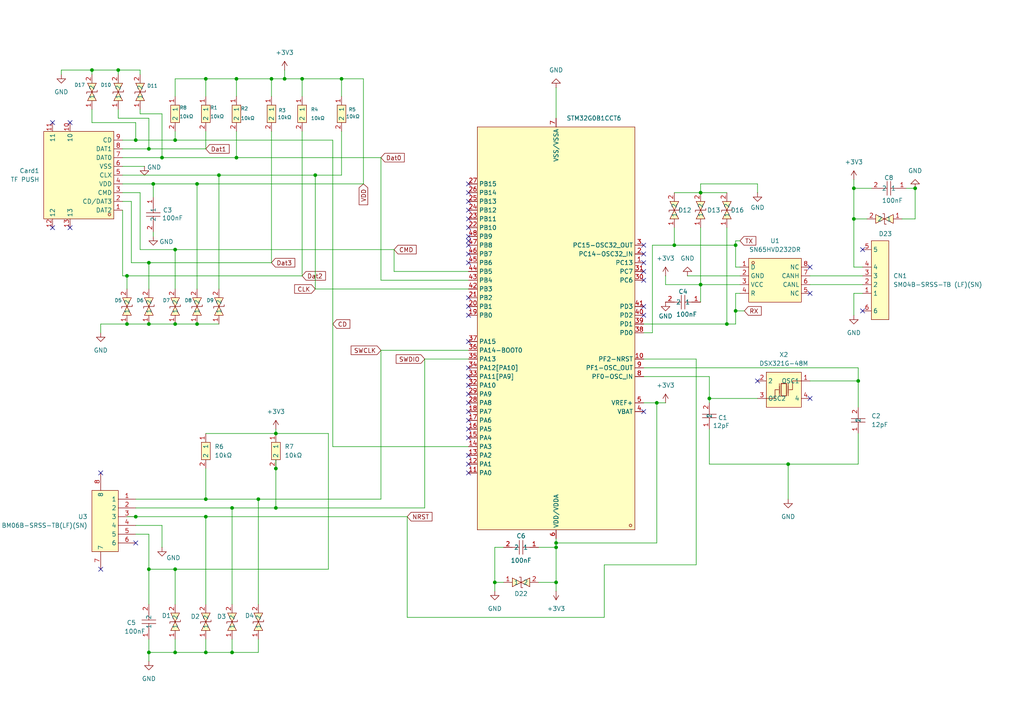
<source format=kicad_sch>
(kicad_sch (version 20250114) (generator "eeschema") (generator_version "9.0")
  (paper "A4")
  (lib_symbols
    (symbol "EasyEDA:0402CG120J500NT"
      (property "Reference" "C" (at 0 5.08 0))
      (property "Value" "0402CG120J500NT" (at 0 -5.08 0))
      (symbol "0402CG120J500NT_0_1"
        (polyline (pts (xy -1.27 0) (xy -0.51 0)))
        (polyline (pts (xy -0.51 2.03) (xy -0.51 -2.03)))
        (polyline (pts (xy 0.51 2.03) (xy 0.51 -2.03)))
        (polyline (pts (xy 0.51 0) (xy 1.27 0)))
        (pin input line (at -3.81 0 0) (length 2.54) (name "1") (number "1"))
        (pin input line (at 3.81 0 180) (length 2.54) (name "2") (number "2"))
      )
    )
    (symbol "EasyEDA:0603ESDA-05N"
      (property "Reference" "D" (at 0 5.08 0))
      (property "Value" "0603ESDA-05N" (at 0 -5.08 0))
      (symbol "0603ESDA-05N_0_1"
        (polyline (pts (xy -2.54 1.27) (xy 0 0) (xy -2.54 -1.27) (xy -2.54 1.27)) (fill (type background)))
        (polyline (pts (xy -0.51 1.52) (xy -0.51 1.52) (xy 0 1.52) (xy 0 -1.52) (xy 0.51 -1.52) (xy 0.51 -1.52)))
        (polyline (pts (xy 2.54 1.27) (xy 0 0) (xy 2.54 -1.27) (xy 2.54 1.27)) (fill (type background)))
        (pin unspecified line (at -5.08 0 0) (length 2.54) (name "1") (number "1"))
        (pin unspecified line (at 5.08 0 180) (length 2.54) (name "2") (number "2"))
      )
    )
    (symbol "EasyEDA:BM06B-SRSS-TB(LF)(SN)"
      (property "Reference" "U" (at 0 12.7 0))
      (property "Value" "BM06B-SRSS-TB(LF)(SN)" (at 0 -7.62 0))
      (symbol "BM06B-SRSS-TB(LF)(SN)_0_1"
        (rectangle (start -10.16 2.54) (end 7.62 -5.08) (fill (type background)))
        (pin unspecified line (at -15.24 -2.54 0) (length 5.08) (name "8") (number "8"))
        (pin unspecified line (at -7.62 7.62 270) (length 5.08) (name "1") (number "1"))
        (pin unspecified line (at -5.08 7.62 270) (length 5.08) (name "2") (number "2"))
        (pin unspecified line (at -2.54 7.62 270) (length 5.08) (name "3") (number "3"))
        (pin unspecified line (at 0 7.62 270) (length 5.08) (name "4") (number "4"))
        (pin unspecified line (at 2.54 7.62 270) (length 5.08) (name "5") (number "5"))
        (pin unspecified line (at 5.08 7.62 270) (length 5.08) (name "6") (number "6"))
        (pin unspecified line (at 12.7 -2.54 180) (length 5.08) (name "7") (number "7"))
      )
    )
    (symbol "EasyEDA:CC0603KRX7R9BB104"
      (property "Reference" "C" (at 0 5.08 0))
      (property "Value" "CC0603KRX7R9BB104" (at 0 -5.08 0))
      (symbol "CC0603KRX7R9BB104_0_1"
        (polyline (pts (xy -0.51 0) (xy -2.54 0)))
        (polyline (pts (xy -0.51 -2.03) (xy -0.51 2.03)))
        (polyline (pts (xy 0.51 2.03) (xy 0.51 -2.03)))
        (polyline (pts (xy 2.54 0) (xy 0.51 0)))
        (pin unspecified line (at -5.08 0 0) (length 2.54) (name "1") (number "1"))
        (pin unspecified line (at 5.08 0 180) (length 2.54) (name "2") (number "2"))
      )
    )
    (symbol "EasyEDA:DSX321G-48M"
      (property "Reference" "X" (at 0 7.62 0))
      (property "Value" "DSX321G-48M" (at 0 -7.62 0))
      (symbol "DSX321G-48M_0_1"
        (rectangle (start -5.08 5.08) (end 5.08 -5.08) (fill (type background)))
        (polyline (pts (xy -5.08 -2.54) (xy -2.54 -2.54) (xy -2.54 0) (xy -1.52 0)))
        (polyline (pts (xy -1.27 -1.02) (xy -1.27 1.02)))
        (polyline (pts (xy -1.27 -1.78) (xy -1.27 1.78)))
        (polyline (pts (xy -0.76 -1.78) (xy -0.76 1.78) (xy 0.76 1.78) (xy 0.76 -1.78)))
        (polyline (pts (xy 0.76 1.78) (xy 0.76 -1.78) (xy -0.76 -1.78) (xy -0.76 1.78) (xy 0.76 1.78)) (fill (type background)))
        (polyline (pts (xy 0.76 -1.78) (xy -0.76 -1.78)))
        (polyline (pts (xy 1.27 -1.02) (xy 1.27 1.02)))
        (polyline (pts (xy 1.27 -1.78) (xy 1.27 1.78)))
        (polyline (pts (xy 5.08 2.54) (xy 2.54 2.54) (xy 2.54 0) (xy 1.52 0)))
        (pin unspecified line (at -7.62 2.54 0) (length 2.54) (name "4") (number "4"))
        (pin unspecified line (at -7.62 -2.54 0) (length 2.54) (name "OSC1") (number "1"))
        (pin unspecified line (at 7.62 2.54 180) (length 2.54) (name "OSC2") (number "3"))
        (pin unspecified line (at 7.62 -2.54 180) (length 2.54) (name "2") (number "2"))
      )
    )
    (symbol "EasyEDA:FRC0603J103TS"
      (property "Reference" "R" (at 0 5.08 0))
      (property "Value" "FRC0603J103TS" (at 0 -5.08 0))
      (symbol "FRC0603J103TS_0_1"
        (rectangle (start -2.54 1.27) (end 2.54 -1.27) (fill (type background)))
        (pin unspecified line (at -5.08 0 0) (length 2.54) (name "1") (number "1"))
        (pin unspecified line (at 5.08 0 180) (length 2.54) (name "2") (number "2"))
      )
    )
    (symbol "EasyEDA:SM04B-SRSS-TB(LF)(SN)"
      (property "Reference" "CN" (at 0 8.89 0))
      (property "Value" "SM04B-SRSS-TB (LF)(SN)" (at 0 -1.27 0))
      (symbol "SM04B-SRSS-TB(LF)(SN)_0_1"
        (rectangle (start -11.43 1.27) (end 11.43 -3.81) (fill (type background)))
        (pin unspecified line (at -8.89 3.81 270) (length 2.54) (name "6") (number "6"))
        (pin unspecified line (at -3.81 3.81 270) (length 2.54) (name "1") (number "1"))
        (pin unspecified line (at -1.27 3.81 270) (length 2.54) (name "2") (number "2"))
        (pin unspecified line (at 1.27 3.81 270) (length 2.54) (name "3") (number "3"))
        (pin unspecified line (at 3.81 3.81 270) (length 2.54) (name "4") (number "4"))
        (pin unspecified line (at 8.89 3.81 270) (length 2.54) (name "5") (number "5"))
      )
    )
    (symbol "EasyEDA:SN65HVD232DR"
      (property "Reference" "U" (at 0 8.89 0))
      (property "Value" "SN65HVD232DR" (at 0 -8.89 0))
      (symbol "SN65HVD232DR_0_1"
        (rectangle (start -7.62 6.35) (end 7.62 -6.35) (fill (type background)))
        (circle (center -6.35 5.08) (radius 0.38))
        (pin unspecified line (at -10.16 3.81 0) (length 2.54) (name "D") (number "1"))
        (pin unspecified line (at -10.16 1.27 0) (length 2.54) (name "GND") (number "2"))
        (pin unspecified line (at -10.16 -1.27 0) (length 2.54) (name "VCC") (number "3"))
        (pin unspecified line (at -10.16 -3.81 0) (length 2.54) (name "R") (number "4"))
        (pin unspecified line (at 10.16 3.81 180) (length 2.54) (name "NC") (number "8"))
        (pin unspecified line (at 10.16 1.27 180) (length 2.54) (name "CANH") (number "7"))
        (pin unspecified line (at 10.16 -1.27 180) (length 2.54) (name "CANL") (number "6"))
        (pin unspecified line (at 10.16 -3.81 180) (length 2.54) (name "NC") (number "5"))
      )
    )
    (symbol "EasyEDA:STM32G0B1CCT6"
      (property "Reference" "U" (at 0 66.04 0))
      (property "Value" "STM32G0B1CCT6" (at 0 -66.04 0))
      (symbol "STM32G0B1CCT6_0_1"
        (rectangle (start -22.86 58.42) (end 22.86 -58.42) (fill (type background)))
        (circle (center -21.59 57.15) (radius 0.38))
        (pin unspecified line (at -25.4 24.13 0) (length 2.54) (name "VBAT") (number "4"))
        (pin unspecified line (at -25.4 21.59 0) (length 2.54) (name "VREF+") (number "5"))
        (pin unspecified line (at -25.4 13.97 0) (length 2.54) (name "PF0-OSC_IN") (number "8"))
        (pin unspecified line (at -25.4 11.43 0) (length 2.54) (name "PF1-OSC_OUT") (number "9"))
        (pin unspecified line (at -25.4 8.89 0) (length 2.54) (name "PF2-NRST") (number "10"))
        (pin unspecified line (at -25.4 1.27 0) (length 2.54) (name "PD0") (number "38"))
        (pin unspecified line (at -25.4 -1.27 0) (length 2.54) (name "PD1") (number "39"))
        (pin unspecified line (at -25.4 -3.81 0) (length 2.54) (name "PD2") (number "40"))
        (pin unspecified line (at -25.4 -6.35 0) (length 2.54) (name "PD3") (number "41"))
        (pin unspecified line (at -25.4 -13.97 0) (length 2.54) (name "PC6") (number "30"))
        (pin unspecified line (at -25.4 -16.51 0) (length 2.54) (name "PC7") (number "31"))
        (pin unspecified line (at -25.4 -19.05 0) (length 2.54) (name "PC13") (number "1"))
        (pin unspecified line (at -25.4 -21.59 0) (length 2.54) (name "PC14-OSC32_IN") (number "2"))
        (pin unspecified line (at -25.4 -24.13 0) (length 2.54) (name "PC15-OSC32_OUT") (number "3"))
        (pin unspecified line (at 0 60.96 270) (length 2.54) (name "VDD/VDDA") (number "6"))
        (pin unspecified line (at 0 -60.96 90) (length 2.54) (name "VSS/VSSA") (number "7"))
        (pin unspecified line (at 25.4 41.91 180) (length 2.54) (name "PA0") (number "11"))
        (pin unspecified line (at 25.4 39.37 180) (length 2.54) (name "PA1") (number "12"))
        (pin unspecified line (at 25.4 36.83 180) (length 2.54) (name "PA2") (number "13"))
        (pin unspecified line (at 25.4 34.29 180) (length 2.54) (name "PA3") (number "14"))
        (pin unspecified line (at 25.4 31.75 180) (length 2.54) (name "PA4") (number "15"))
        (pin unspecified line (at 25.4 29.21 180) (length 2.54) (name "PA5") (number "16"))
        (pin unspecified line (at 25.4 26.67 180) (length 2.54) (name "PA6") (number "17"))
        (pin unspecified line (at 25.4 24.13 180) (length 2.54) (name "PA7") (number "18"))
        (pin unspecified line (at 25.4 21.59 180) (length 2.54) (name "PA8") (number "28"))
        (pin unspecified line (at 25.4 19.05 180) (length 2.54) (name "PA9") (number "29"))
        (pin unspecified line (at 25.4 16.51 180) (length 2.54) (name "PA10") (number "32"))
        (pin unspecified line (at 25.4 13.97 180) (length 2.54) (name "PA11[PA9]") (number "33"))
        (pin unspecified line (at 25.4 11.43 180) (length 2.54) (name "PA12[PA10]") (number "34"))
        (pin unspecified line (at 25.4 8.89 180) (length 2.54) (name "PA13") (number "35"))
        (pin unspecified line (at 25.4 6.35 180) (length 2.54) (name "PA14-BOOT0") (number "36"))
        (pin unspecified line (at 25.4 3.81 180) (length 2.54) (name "PA15") (number "37"))
        (pin unspecified line (at 25.4 -3.81 180) (length 2.54) (name "PB0") (number "19"))
        (pin unspecified line (at 25.4 -6.35 180) (length 2.54) (name "PB1") (number "20"))
        (pin unspecified line (at 25.4 -8.89 180) (length 2.54) (name "PB2") (number "21"))
        (pin unspecified line (at 25.4 -11.43 180) (length 2.54) (name "PB3") (number "42"))
        (pin unspecified line (at 25.4 -13.97 180) (length 2.54) (name "PB4") (number "43"))
        (pin unspecified line (at 25.4 -16.51 180) (length 2.54) (name "PB5") (number "44"))
        (pin unspecified line (at 25.4 -19.05 180) (length 2.54) (name "PB6") (number "45"))
        (pin unspecified line (at 25.4 -21.59 180) (length 2.54) (name "PB7") (number "46"))
        (pin unspecified line (at 25.4 -24.13 180) (length 2.54) (name "PB8") (number "47"))
        (pin unspecified line (at 25.4 -26.67 180) (length 2.54) (name "PB9") (number "48"))
        (pin unspecified line (at 25.4 -29.21 180) (length 2.54) (name "PB10") (number "22"))
        (pin unspecified line (at 25.4 -31.75 180) (length 2.54) (name "PB11") (number "23"))
        (pin unspecified line (at 25.4 -34.29 180) (length 2.54) (name "PB12") (number "24"))
        (pin unspecified line (at 25.4 -36.83 180) (length 2.54) (name "PB13") (number "25"))
        (pin unspecified line (at 25.4 -39.37 180) (length 2.54) (name "PB14") (number "26"))
        (pin unspecified line (at 25.4 -41.91 180) (length 2.54) (name "PB15") (number "27"))
      )
    )
    (symbol "EasyEDA:TFPUSH"
      (property "Reference" "Card" (at 0 20.32 0))
      (property "Value" "TF PUSH" (at 0 -20.32 0))
      (symbol "TFPUSH_0_1"
        (rectangle (start -7.62 12.7) (end 12.7 -12.7) (fill (type background)))
        (circle (center -6.35 11.43) (radius 0.38))
        (pin unspecified line (at -10.16 10.16 0) (length 2.54) (name "DAT2") (number "1"))
        (pin unspecified line (at -10.16 7.62 0) (length 2.54) (name "CD/DAT3") (number "2"))
        (pin unspecified line (at -10.16 5.08 0) (length 2.54) (name "CMD") (number "3"))
        (pin unspecified line (at -10.16 2.54 0) (length 2.54) (name "VDD") (number "4"))
        (pin unspecified line (at -10.16 0 0) (length 2.54) (name "CLX") (number "5"))
        (pin unspecified line (at -10.16 -2.54 0) (length 2.54) (name "VSS") (number "6"))
        (pin unspecified line (at -10.16 -5.08 0) (length 2.54) (name "DAT0") (number "7"))
        (pin unspecified line (at -10.16 -7.62 0) (length 2.54) (name "DAT1") (number "8"))
        (pin unspecified line (at -10.16 -10.16 0) (length 2.54) (name "CD") (number "9"))
        (pin unspecified line (at 5.08 15.24 270) (length 2.54) (name "13") (number "13"))
        (pin unspecified line (at 5.08 -15.24 90) (length 2.54) (name "10") (number "10"))
        (pin unspecified line (at 10.16 15.24 270) (length 2.54) (name "12") (number "12"))
        (pin unspecified line (at 10.16 -15.24 90) (length 2.54) (name "11") (number "11"))
      )
    )
    (symbol "power:+3V3" (power) (pin_numbers (hide yes)) (pin_names (offset 0) (hide yes))
      (property "Value" "+3V3" (at 0 3.556 0))
      (symbol "+3V3_0_1"
        (polyline (pts (xy -0.762 1.27) (xy 0 2.54)))
        (polyline (pts (xy 0 2.54) (xy 0.762 1.27)))
        (polyline (pts (xy 0 0) (xy 0 2.54)))
      )
      (symbol "+3V3_1_1"
        (pin power_in line (at 0 0 90) (length 0) (name "~") (number "1"))
      )
    )
    (symbol "power:GND" (power) (pin_numbers (hide yes)) (pin_names (offset 0) (hide yes))
      (property "Value" "GND" (at 0 -3.81 0))
      (symbol "GND_0_1"
        (polyline (pts (xy 0 0) (xy 0 -1.27) (xy 1.27 -1.27) (xy 0 -2.54) (xy -1.27 -1.27) (xy 0 -1.27)))
      )
      (symbol "GND_1_1"
        (pin power_in line (at 0 0 270) (length 0) (name "~") (number "1"))
      )
    )
  )
  (junction (at 34.29 20.32))
  (junction (at 50.8 189.23))
  (junction (at 59.69 189.23))
  (junction (at 203.2 82.55))
  (junction (at 50.8 72.39))
  (junction (at 50.8 93.98))
  (junction (at 43.18 76.2))
  (junction (at 205.74 115.57))
  (junction (at 43.18 165.1))
  (junction (at 247.65 54.61))
  (junction (at 63.5 50.8))
  (junction (at 50.8 165.1))
  (junction (at 195.58 71.12))
  (junction (at 43.18 43.18))
  (junction (at 161.29 158.75))
  (junction (at 248.92 110.49))
  (junction (at 57.15 93.98))
  (junction (at 80.01 125.73))
  (junction (at 190.5 116.84))
  (junction (at 68.58 45.72))
  (junction (at 39.37 149.86))
  (junction (at 80.01 135.89))
  (junction (at 43.18 93.98))
  (junction (at 161.29 168.91))
  (junction (at 59.69 144.78))
  (junction (at 50.8 40.64))
  (junction (at 210.82 93.98))
  (junction (at 87.63 22.86))
  (junction (at 82.55 22.86))
  (junction (at 44.45 53.34))
  (junction (at 59.69 22.86))
  (junction (at 67.31 189.23))
  (junction (at 99.06 22.86))
  (junction (at 43.18 189.23))
  (junction (at 213.36 90.17))
  (junction (at 39.37 40.64))
  (junction (at 91.44 50.8))
  (junction (at 59.69 149.86))
  (junction (at 68.58 22.86))
  (junction (at 78.74 22.86))
  (junction (at 26.67 20.32))
  (junction (at 265.43 54.61))
  (junction (at 203.2 55.88))
  (junction (at 228.6 134.62))
  (junction (at 36.83 80.01))
  (junction (at 67.31 147.32))
  (junction (at 57.15 53.34))
  (junction (at 247.65 63.5))
  (junction (at 74.93 144.78))
  (junction (at 36.83 93.98))
  (junction (at 213.36 71.12))
  (junction (at 143.51 168.91))
  (junction (at 80.01 147.32))
  (junction (at 161.29 157.48))
  (junction (at 46.99 45.72))
  (no_connect (at 135.89 109.22))
  (no_connect (at 135.89 71.12))
  (no_connect (at 186.69 76.2))
  (no_connect (at 135.89 55.88))
  (no_connect (at 135.89 111.76))
  (no_connect (at 39.37 157.48))
  (no_connect (at 250.19 72.39))
  (no_connect (at 20.32 35.56))
  (no_connect (at 135.89 58.42))
  (no_connect (at 234.95 77.47))
  (no_connect (at 186.69 71.12))
  (no_connect (at 186.69 119.38))
  (no_connect (at 135.89 121.92))
  (no_connect (at 135.89 60.96))
  (no_connect (at 135.89 114.3))
  (no_connect (at 135.89 91.44))
  (no_connect (at 29.21 137.16))
  (no_connect (at 234.95 115.57))
  (no_connect (at 29.21 165.1))
  (no_connect (at 186.69 78.74))
  (no_connect (at 135.89 119.38))
  (no_connect (at 135.89 63.5))
  (no_connect (at 135.89 132.08))
  (no_connect (at 135.89 124.46))
  (no_connect (at 135.89 86.36))
  (no_connect (at 135.89 69.85))
  (no_connect (at 186.69 91.44))
  (no_connect (at 135.89 116.84))
  (no_connect (at 135.89 106.68))
  (no_connect (at 250.19 90.17))
  (no_connect (at 135.89 88.9))
  (no_connect (at 186.69 88.9))
  (no_connect (at 135.89 76.2))
  (no_connect (at 186.69 81.28))
  (no_connect (at 135.89 68.58))
  (no_connect (at 219.71 110.49))
  (no_connect (at 15.24 35.56))
  (no_connect (at 234.95 85.09))
  (no_connect (at 20.32 66.04))
  (no_connect (at 135.89 66.04))
  (no_connect (at 135.89 99.06))
  (no_connect (at 135.89 134.62))
  (no_connect (at 186.69 73.66))
  (no_connect (at 135.89 53.34))
  (no_connect (at 135.89 137.16))
  (no_connect (at 15.24 66.04))
  (no_connect (at 135.89 73.66))
  (no_connect (at 135.89 127))
  (wire (pts (xy 210.82 66.04) (xy 210.82 93.98)))
  (wire (pts (xy 252.73 54.61) (xy 247.65 54.61)))
  (wire (pts (xy 186.69 104.14) (xy 201.93 104.14)))
  (wire (pts (xy 57.15 93.98) (xy 63.5 93.98)))
  (wire (pts (xy 74.93 189.23) (xy 74.93 185.42)))
  (wire (pts (xy 186.69 106.68) (xy 248.92 106.68)))
  (wire (pts (xy 39.37 152.4) (xy 46.99 152.4)))
  (wire (pts (xy 35.56 58.42) (xy 38.1 58.42)))
  (wire (pts (xy 39.37 144.78) (xy 59.69 144.78)))
  (wire (pts (xy 114.3 72.39) (xy 114.3 78.74)))
  (wire (pts (xy 36.83 80.01) (xy 36.83 83.82)))
  (wire (pts (xy 203.2 53.34) (xy 203.2 55.88)))
  (wire (pts (xy 87.63 22.86) (xy 99.06 22.86)))
  (wire (pts (xy 43.18 154.94) (xy 39.37 154.94)))
  (wire (pts (xy 195.58 55.88) (xy 203.2 55.88)))
  (wire (pts (xy 161.29 158.75) (xy 161.29 168.91)))
  (wire (pts (xy 67.31 189.23) (xy 74.93 189.23)))
  (wire (pts (xy 248.92 106.68) (xy 248.92 110.49)))
  (wire (pts (xy 36.83 80.01) (xy 87.63 80.01)))
  (wire (pts (xy 39.37 40.64) (xy 50.8 40.64)))
  (wire (pts (xy 50.8 72.39) (xy 50.8 83.82)))
  (wire (pts (xy 67.31 147.32) (xy 80.01 147.32)))
  (wire (pts (xy 50.8 72.39) (xy 114.3 72.39)))
  (wire (pts (xy 43.18 185.42) (xy 43.18 189.23)))
  (wire (pts (xy 205.74 134.62) (xy 228.6 134.62)))
  (wire (pts (xy 80.01 124.46) (xy 80.01 125.73)))
  (wire (pts (xy 50.8 165.1) (xy 50.8 175.26)))
  (wire (pts (xy 161.29 157.48) (xy 161.29 158.75)))
  (wire (pts (xy 195.58 66.04) (xy 195.58 71.12)))
  (wire (pts (xy 67.31 147.32) (xy 67.31 175.26)))
  (wire (pts (xy 38.1 76.2) (xy 43.18 76.2)))
  (wire (pts (xy 123.19 147.32) (xy 123.19 104.14)))
  (wire (pts (xy 234.95 110.49) (xy 248.92 110.49)))
  (wire (pts (xy 36.83 149.86) (xy 39.37 149.86)))
  (wire (pts (xy 35.56 43.18) (xy 43.18 43.18)))
  (wire (pts (xy 161.29 168.91) (xy 161.29 171.45)))
  (wire (pts (xy 43.18 76.2) (xy 43.18 83.82)))
  (wire (pts (xy 43.18 189.23) (xy 43.18 191.77)))
  (wire (pts (xy 78.74 27.94) (xy 78.74 22.86)))
  (wire (pts (xy 175.26 179.07) (xy 175.26 163.83)))
  (wire (pts (xy 265.43 54.61) (xy 262.89 54.61)))
  (wire (pts (xy 114.3 78.74) (xy 135.89 78.74)))
  (wire (pts (xy 201.93 104.14) (xy 201.93 163.83)))
  (wire (pts (xy 110.49 101.6) (xy 135.89 101.6)))
  (wire (pts (xy 99.06 50.8) (xy 91.44 50.8)))
  (wire (pts (xy 50.8 40.64) (xy 96.52 40.64)))
  (wire (pts (xy 34.29 20.32) (xy 34.29 21.59)))
  (wire (pts (xy 203.2 82.55) (xy 203.2 87.63)))
  (wire (pts (xy 39.37 147.32) (xy 67.31 147.32)))
  (wire (pts (xy 43.18 154.94) (xy 43.18 165.1)))
  (wire (pts (xy 214.63 69.85) (xy 213.36 69.85)))
  (wire (pts (xy 123.19 104.14) (xy 135.89 104.14)))
  (wire (pts (xy 43.18 93.98) (xy 50.8 93.98)))
  (wire (pts (xy 203.2 82.55) (xy 214.63 82.55)))
  (wire (pts (xy 215.9 90.17) (xy 213.36 90.17)))
  (wire (pts (xy 219.71 53.34) (xy 203.2 53.34)))
  (wire (pts (xy 80.01 147.32) (xy 123.19 147.32)))
  (wire (pts (xy 40.64 33.02) (xy 40.64 31.75)))
  (wire (pts (xy 59.69 185.42) (xy 59.69 189.23)))
  (wire (pts (xy 234.95 82.55) (xy 250.19 82.55)))
  (wire (pts (xy 146.05 158.75) (xy 143.51 158.75)))
  (wire (pts (xy 143.51 168.91) (xy 146.05 168.91)))
  (wire (pts (xy 95.25 165.1) (xy 95.25 125.73)))
  (wire (pts (xy 80.01 133.35) (xy 80.01 135.89)))
  (wire (pts (xy 247.65 91.44) (xy 247.65 85.09)))
  (wire (pts (xy 251.46 63.5) (xy 247.65 63.5)))
  (wire (pts (xy 78.74 22.86) (xy 82.55 22.86)))
  (wire (pts (xy 213.36 85.09) (xy 213.36 90.17)))
  (wire (pts (xy 190.5 157.48) (xy 190.5 116.84)))
  (wire (pts (xy 213.36 85.09) (xy 214.63 85.09)))
  (wire (pts (xy 35.56 60.96) (xy 35.56 80.01)))
  (wire (pts (xy 135.89 129.54) (xy 96.52 129.54)))
  (wire (pts (xy 118.11 179.07) (xy 175.26 179.07)))
  (wire (pts (xy 43.18 76.2) (xy 78.74 76.2)))
  (wire (pts (xy 195.58 71.12) (xy 213.36 71.12)))
  (wire (pts (xy 205.74 115.57) (xy 205.74 116.84)))
  (wire (pts (xy 247.65 54.61) (xy 247.65 63.5)))
  (wire (pts (xy 46.99 45.72) (xy 68.58 45.72)))
  (wire (pts (xy 228.6 134.62) (xy 248.92 134.62)))
  (wire (pts (xy 40.64 20.32) (xy 40.64 21.59)))
  (wire (pts (xy 26.67 20.32) (xy 34.29 20.32)))
  (wire (pts (xy 186.69 116.84) (xy 190.5 116.84)))
  (wire (pts (xy 35.56 45.72) (xy 46.99 45.72)))
  (wire (pts (xy 17.78 21.59) (xy 17.78 20.32)))
  (wire (pts (xy 68.58 22.86) (xy 68.58 27.94)))
  (wire (pts (xy 68.58 38.1) (xy 68.58 45.72)))
  (wire (pts (xy 50.8 22.86) (xy 59.69 22.86)))
  (wire (pts (xy 74.93 144.78) (xy 74.93 175.26)))
  (wire (pts (xy 68.58 22.86) (xy 78.74 22.86)))
  (wire (pts (xy 82.55 22.86) (xy 87.63 22.86)))
  (wire (pts (xy 46.99 33.02) (xy 46.99 45.72)))
  (wire (pts (xy 68.58 45.72) (xy 110.49 45.72)))
  (wire (pts (xy 40.64 72.39) (xy 50.8 72.39)))
  (wire (pts (xy 96.52 40.64) (xy 96.52 129.54)))
  (wire (pts (xy 29.21 96.52) (xy 29.21 93.98)))
  (wire (pts (xy 57.15 53.34) (xy 105.41 53.34)))
  (wire (pts (xy 50.8 185.42) (xy 50.8 189.23)))
  (wire (pts (xy 203.2 66.04) (xy 203.2 82.55)))
  (wire (pts (xy 35.56 80.01) (xy 36.83 80.01)))
  (wire (pts (xy 74.93 144.78) (xy 110.49 144.78)))
  (wire (pts (xy 46.99 152.4) (xy 46.99 158.75)))
  (wire (pts (xy 44.45 53.34) (xy 57.15 53.34)))
  (wire (pts (xy 78.74 38.1) (xy 78.74 76.2)))
  (wire (pts (xy 205.74 109.22) (xy 205.74 115.57)))
  (wire (pts (xy 118.11 149.86) (xy 118.11 179.07)))
  (wire (pts (xy 213.36 71.12) (xy 213.36 77.47)))
  (wire (pts (xy 261.62 63.5) (xy 265.43 63.5)))
  (wire (pts (xy 99.06 38.1) (xy 99.06 50.8)))
  (wire (pts (xy 213.36 77.47) (xy 214.63 77.47)))
  (wire (pts (xy 213.36 90.17) (xy 213.36 93.98)))
  (wire (pts (xy 59.69 149.86) (xy 118.11 149.86)))
  (wire (pts (xy 57.15 53.34) (xy 57.15 83.82)))
  (wire (pts (xy 186.69 96.52) (xy 189.23 96.52)))
  (wire (pts (xy 91.44 83.82) (xy 135.89 83.82)))
  (wire (pts (xy 26.67 31.75) (xy 26.67 35.56)))
  (wire (pts (xy 205.74 124.46) (xy 205.74 134.62)))
  (wire (pts (xy 156.21 158.75) (xy 161.29 158.75)))
  (wire (pts (xy 210.82 93.98) (xy 213.36 93.98)))
  (wire (pts (xy 40.64 55.88) (xy 35.56 55.88)))
  (wire (pts (xy 199.39 80.01) (xy 214.63 80.01)))
  (wire (pts (xy 82.55 20.32) (xy 82.55 22.86)))
  (wire (pts (xy 35.56 53.34) (xy 44.45 53.34)))
  (wire (pts (xy 59.69 22.86) (xy 59.69 27.94)))
  (wire (pts (xy 190.5 116.84) (xy 193.04 116.84)))
  (wire (pts (xy 156.21 168.91) (xy 161.29 168.91)))
  (wire (pts (xy 247.65 63.5) (xy 247.65 77.47)))
  (wire (pts (xy 59.69 149.86) (xy 59.69 175.26)))
  (wire (pts (xy 105.41 22.86) (xy 105.41 53.34)))
  (wire (pts (xy 43.18 175.26) (xy 43.18 165.1)))
  (wire (pts (xy 161.29 156.21) (xy 161.29 157.48)))
  (wire (pts (xy 36.83 93.98) (xy 43.18 93.98)))
  (wire (pts (xy 59.69 38.1) (xy 59.69 43.18)))
  (wire (pts (xy 110.49 144.78) (xy 110.49 101.6)))
  (wire (pts (xy 39.37 149.86) (xy 59.69 149.86)))
  (wire (pts (xy 26.67 35.56) (xy 39.37 35.56)))
  (wire (pts (xy 189.23 71.12) (xy 195.58 71.12)))
  (wire (pts (xy 213.36 69.85) (xy 213.36 71.12)))
  (wire (pts (xy 99.06 22.86) (xy 105.41 22.86)))
  (wire (pts (xy 50.8 27.94) (xy 50.8 22.86)))
  (wire (pts (xy 203.2 55.88) (xy 210.82 55.88)))
  (wire (pts (xy 38.1 58.42) (xy 38.1 76.2)))
  (wire (pts (xy 247.65 54.61) (xy 247.65 52.07)))
  (wire (pts (xy 63.5 50.8) (xy 63.5 83.82)))
  (wire (pts (xy 50.8 165.1) (xy 95.25 165.1)))
  (wire (pts (xy 59.69 125.73) (xy 80.01 125.73)))
  (wire (pts (xy 43.18 165.1) (xy 50.8 165.1)))
  (wire (pts (xy 34.29 34.29) (xy 43.18 34.29)))
  (wire (pts (xy 34.29 31.75) (xy 34.29 34.29)))
  (wire (pts (xy 186.69 93.98) (xy 210.82 93.98)))
  (wire (pts (xy 250.19 77.47) (xy 247.65 77.47)))
  (wire (pts (xy 63.5 50.8) (xy 91.44 50.8)))
  (wire (pts (xy 234.95 80.01) (xy 250.19 80.01)))
  (wire (pts (xy 193.04 80.01) (xy 193.04 82.55)))
  (wire (pts (xy 175.26 163.83) (xy 201.93 163.83)))
  (wire (pts (xy 50.8 189.23) (xy 59.69 189.23)))
  (wire (pts (xy 50.8 40.64) (xy 50.8 38.1)))
  (wire (pts (xy 67.31 185.42) (xy 67.31 189.23)))
  (wire (pts (xy 193.04 82.55) (xy 203.2 82.55)))
  (wire (pts (xy 219.71 55.88) (xy 219.71 53.34)))
  (wire (pts (xy 95.25 125.73) (xy 80.01 125.73)))
  (wire (pts (xy 40.64 33.02) (xy 46.99 33.02)))
  (wire (pts (xy 248.92 110.49) (xy 248.92 118.11)))
  (wire (pts (xy 44.45 53.34) (xy 44.45 57.15)))
  (wire (pts (xy 43.18 43.18) (xy 59.69 43.18)))
  (wire (pts (xy 50.8 93.98) (xy 57.15 93.98)))
  (wire (pts (xy 143.51 171.45) (xy 143.51 168.91)))
  (wire (pts (xy 265.43 63.5) (xy 265.43 54.61)))
  (wire (pts (xy 35.56 48.26) (xy 41.91 48.26)))
  (wire (pts (xy 35.56 50.8) (xy 63.5 50.8)))
  (wire (pts (xy 205.74 115.57) (xy 219.71 115.57)))
  (wire (pts (xy 59.69 22.86) (xy 68.58 22.86)))
  (wire (pts (xy 247.65 85.09) (xy 250.19 85.09)))
  (wire (pts (xy 189.23 96.52) (xy 189.23 71.12)))
  (wire (pts (xy 161.29 25.4) (xy 161.29 34.29)))
  (wire (pts (xy 186.69 109.22) (xy 205.74 109.22)))
  (wire (pts (xy 50.8 189.23) (xy 43.18 189.23)))
  (wire (pts (xy 110.49 45.72) (xy 110.49 81.28)))
  (wire (pts (xy 91.44 50.8) (xy 91.44 83.82)))
  (wire (pts (xy 59.69 135.89) (xy 59.69 144.78)))
  (wire (pts (xy 59.69 144.78) (xy 74.93 144.78)))
  (wire (pts (xy 43.18 34.29) (xy 43.18 43.18)))
  (wire (pts (xy 87.63 38.1) (xy 87.63 80.01)))
  (wire (pts (xy 248.92 134.62) (xy 248.92 125.73)))
  (wire (pts (xy 17.78 20.32) (xy 26.67 20.32)))
  (wire (pts (xy 44.45 67.31) (xy 44.45 68.58)))
  (wire (pts (xy 34.29 20.32) (xy 40.64 20.32)))
  (wire (pts (xy 35.56 40.64) (xy 39.37 40.64)))
  (wire (pts (xy 39.37 35.56) (xy 39.37 40.64)))
  (wire (pts (xy 40.64 55.88) (xy 40.64 72.39)))
  (wire (pts (xy 110.49 81.28) (xy 135.89 81.28)))
  (wire (pts (xy 29.21 93.98) (xy 36.83 93.98)))
  (wire (pts (xy 143.51 158.75) (xy 143.51 168.91)))
  (wire (pts (xy 59.69 189.23) (xy 67.31 189.23)))
  (wire (pts (xy 26.67 20.32) (xy 26.67 21.59)))
  (wire (pts (xy 228.6 134.62) (xy 228.6 144.78)))
  (wire (pts (xy 87.63 22.86) (xy 87.63 27.94)))
  (wire (pts (xy 80.01 135.89) (xy 80.01 147.32)))
  (wire (pts (xy 99.06 22.86) (xy 99.06 27.94)))
  (wire (pts (xy 161.29 157.48) (xy 190.5 157.48)))
  (global_label "RX" (shape input) (at 215.9 90.17 0) (property "Intersheetrefs" "${INTERSHEET_REFS}" (effects (hide yes))))
  (global_label "NRST" (shape input) (at 118.11 149.86 0) (property "Intersheetrefs" "${INTERSHEET_REFS}" (effects (hide yes))))
  (global_label "Dat2" (shape input) (at 87.63 80.01 0) (property "Intersheetrefs" "${INTERSHEET_REFS}" (effects (hide yes))))
  (global_label "SWCLK" (shape input) (at 110.49 101.6 180) (property "Intersheetrefs" "${INTERSHEET_REFS}" (effects (hide yes))))
  (global_label "SWDIO" (shape input) (at 123.19 104.14 180) (property "Intersheetrefs" "${INTERSHEET_REFS}" (effects (hide yes))))
  (global_label "Dat3" (shape input) (at 78.74 76.2 0) (property "Intersheetrefs" "${INTERSHEET_REFS}" (effects (hide yes))))
  (global_label "CD" (shape input) (at 96.52 93.98 0) (property "Intersheetrefs" "${INTERSHEET_REFS}" (effects (hide yes))))
  (global_label "Dat0" (shape input) (at 110.49 45.72 0) (property "Intersheetrefs" "${INTERSHEET_REFS}" (effects (hide yes))))
  (global_label "TX" (shape input) (at 214.63 69.85 0) (property "Intersheetrefs" "${INTERSHEET_REFS}" (effects (hide yes))))
  (global_label "VDD" (shape input) (at 105.41 53.34 270) (property "Intersheetrefs" "${INTERSHEET_REFS}" (effects (hide yes))))
  (global_label "CLK" (shape input) (at 91.44 83.82 180) (property "Intersheetrefs" "${INTERSHEET_REFS}" (effects (hide yes))))
  (global_label "CMD" (shape input) (at 114.3 72.39 0) (property "Intersheetrefs" "${INTERSHEET_REFS}" (effects (hide yes))))
  (global_label "Dat1" (shape input) (at 59.69 43.18 0) (property "Intersheetrefs" "${INTERSHEET_REFS}" (effects (hide yes))))
  (symbol (lib_id "EasyEDA:CC0603KRX7R9BB104") (at 151.13 158.75 180) (unit 1)
    (property "Reference" "C6" (at 151.13 155.448 0))
    (property "Value" "100nF" (at 151.13 162.56 0))
    (property "Footprint" "EasyEDA:C0603" (effects (hide yes)))
    (property "Datasheet" "https://lcsc.com/product-detail/Multilayer-Ceramic-Capacitors-MLCC-SMD-SMT_100nF-104-10-50V_C14663.html" (effects (hide yes)))
    (property "LCSC Part" "C14663" (effects (hide yes)))
  )
  (symbol (lib_id "power:GND") (at 219.71 55.88 0) (unit 1)
    (property "Reference" "#PWR021" (effects (hide yes)))
    (property "Value" "GND" (at 219.71 60.198 0))
    (property "Description" "Power symbol creates a global label with name \"GND\" , ground" (effects (hide yes)))
  )
  (symbol (lib_id "power:GND") (at 29.21 96.52 0) (unit 1)
    (property "Reference" "#PWR014" (effects (hide yes)))
    (property "Value" "GND" (at 29.21 101.6 0))
    (property "Description" "Power symbol creates a global label with name \"GND\" , ground" (effects (hide yes)))
  )
  (symbol (lib_id "EasyEDA:0603ESDA-05N") (at 36.83 88.9 90) (unit 1)
    (property "Reference" "D5" (at 34.29 87.122 90) (effects (font (size 1 1))))
    (property "Value" "0603ESDA-05N" (effects (hide yes)))
    (property "Footprint" "EasyEDA:D0603-BI" (effects (hide yes)))
    (property "Datasheet" "https://lcsc.com/product-detail/Others_Bourne-Semicon-Shenzhen-0603ESDA-05N_C316054.html" (effects (hide yes)))
    (property "LCSC Part" "C316054" (effects (hide yes)))
  )
  (symbol (lib_id "EasyEDA:CC0603KRX7R9BB104") (at 43.18 180.34 90) (unit 1)
    (property "Reference" "C5" (at 38.1 180.594 90))
    (property "Value" "100nF" (at 39.116 183.134 90))
    (property "Footprint" "EasyEDA:C0603" (effects (hide yes)))
    (property "Datasheet" "https://lcsc.com/product-detail/Multilayer-Ceramic-Capacitors-MLCC-SMD-SMT_100nF-104-10-50V_C14663.html" (effects (hide yes)))
    (property "LCSC Part" "C14663" (effects (hide yes)))
  )
  (symbol (lib_id "power:GND") (at 44.45 68.58 0) (unit 1)
    (property "Reference" "#PWR010" (effects (hide yes)))
    (property "Value" "GND" (at 48.26 70.104 0))
    (property "Description" "Power symbol creates a global label with name \"GND\" , ground" (effects (hide yes)))
  )
  (symbol (lib_id "EasyEDA:FRC0603J103TS") (at 50.8 33.02 270) (unit 1)
    (property "Reference" "R8" (at 52.07 31.242 90) (effects (font (size 1 1)) (justify left)))
    (property "Value" "10kΩ" (at 52.07 33.782 90) (effects (font (size 1 1)) (justify left)))
    (property "Footprint" "EasyEDA:R0603" (effects (hide yes)))
    (property "LCSC Part" "C2930027" (effects (hide yes)))
  )
  (symbol (lib_id "power:GND") (at 143.51 171.45 0) (unit 1)
    (property "Reference" "#PWR015" (effects (hide yes)))
    (property "Value" "GND" (at 143.51 176.53 0))
    (property "Description" "Power symbol creates a global label with name \"GND\" , ground" (effects (hide yes)))
  )
  (symbol (lib_id "EasyEDA:0603ESDA-05N") (at 40.64 26.67 90) (unit 1)
    (property "Reference" "D11" (at 44.196 24.892 90) (effects (font (size 1 1))))
    (property "Value" "0603ESDA-05N" (effects (hide yes)))
    (property "Footprint" "EasyEDA:D0603-BI" (effects (hide yes)))
    (property "Datasheet" "https://lcsc.com/product-detail/Others_Bourne-Semicon-Shenzhen-0603ESDA-05N_C316054.html" (effects (hide yes)))
    (property "LCSC Part" "C316054" (effects (hide yes)))
  )
  (symbol (lib_id "EasyEDA:FRC0603J103TS") (at 68.58 33.02 270) (unit 1)
    (property "Reference" "R2" (at 69.85 31.496 90) (effects (font (size 1 1)) (justify left)))
    (property "Value" "10kΩ" (at 69.85 34.29 90) (effects (font (size 1 1)) (justify left)))
    (property "Footprint" "EasyEDA:R0603" (effects (hide yes)))
    (property "LCSC Part" "C2930027" (effects (hide yes)))
  )
  (symbol (lib_id "EasyEDA:0603ESDA-05N") (at 67.31 180.34 90) (unit 1)
    (property "Reference" "D3" (at 64.262 178.816 90))
    (property "Value" "0603ESDA-05N" (effects (hide yes)))
    (property "Footprint" "EasyEDA:D0603-BI" (effects (hide yes)))
    (property "Datasheet" "https://lcsc.com/product-detail/Others_Bourne-Semicon-Shenzhen-0603ESDA-05N_C316054.html" (effects (hide yes)))
    (property "LCSC Part" "C316054" (effects (hide yes)))
  )
  (symbol (lib_id "power:+3V3") (at 161.29 171.45 180) (unit 1)
    (property "Reference" "#PWR012" (effects (hide yes)))
    (property "Value" "+3V3" (at 161.29 176.53 0))
    (property "Description" "Power symbol creates a global label with name \"+3V3\"" (effects (hide yes)))
  )
  (symbol (lib_id "EasyEDA:0603ESDA-05N") (at 50.8 180.34 90) (unit 1)
    (property "Reference" "D1" (at 48.26 178.562 90))
    (property "Value" "0603ESDA-05N" (effects (hide yes)))
    (property "Footprint" "EasyEDA:D0603-BI" (effects (hide yes)))
    (property "Datasheet" "https://lcsc.com/product-detail/Others_Bourne-Semicon-Shenzhen-0603ESDA-05N_C316054.html" (effects (hide yes)))
    (property "LCSC Part" "C316054" (effects (hide yes)))
  )
  (symbol (lib_id "EasyEDA:FRC0603J103TS") (at 59.69 130.81 270) (unit 1)
    (property "Reference" "R6" (at 62.23 129.5399 90) (effects (justify left)))
    (property "Value" "10kΩ" (at 62.23 132.0799 90) (effects (justify left)))
    (property "Footprint" "EasyEDA:R0603" (effects (hide yes)))
    (property "LCSC Part" "C2930027" (effects (hide yes)))
  )
  (symbol (lib_id "EasyEDA:SM04B-SRSS-TB(LF)(SN)") (at 254 81.28 90) (unit 1)
    (property "Reference" "CN1" (at 259.08 80.0099 90) (effects (justify right)))
    (property "Value" "SM04B-SRSS-TB (LF)(SN)" (at 259.08 82.5499 90) (effects (justify right)))
    (property "Footprint" "EasyEDA:CONN-SMD_4P-P1.00_SM04B-SRSS-TB-LF-SN" (effects (hide yes)))
    (property "Datasheet" "https://lcsc.com/product-detail/Others_JST-Sales-America__JST-Sales-America-SM04B-SRSS-TB-LF-SN_C160404.html" (effects (hide yes)))
    (property "LCSC Part" "C160404" (effects (hide yes)))
  )
  (symbol (lib_id "EasyEDA:0603ESDA-05N") (at 50.8 88.9 90) (unit 1)
    (property "Reference" "D7" (at 48.26 87.122 90) (effects (font (size 1 1))))
    (property "Value" "0603ESDA-05N" (effects (hide yes)))
    (property "Footprint" "EasyEDA:D0603-BI" (effects (hide yes)))
    (property "Datasheet" "https://lcsc.com/product-detail/Others_Bourne-Semicon-Shenzhen-0603ESDA-05N_C316054.html" (effects (hide yes)))
    (property "LCSC Part" "C316054" (effects (hide yes)))
  )
  (symbol (lib_id "EasyEDA:STM32G0B1CCT6") (at 161.29 95.25 180) (unit 1)
    (property "Reference" "U2" (effects (hide yes)))
    (property "Value" "STM32G0B1CCT6" (at 164.3065 34.29 0) (effects (justify right)))
    (property "Footprint" "EasyEDA:LQFP-48_L7.0-W7.0-P0.50-LS9.0-BL_1" (effects (hide yes)))
    (property "LCSC Part" "C5270241" (effects (hide yes)))
  )
  (symbol (lib_id "power:GND") (at 43.18 191.77 0) (unit 1)
    (property "Reference" "#PWR09" (effects (hide yes)))
    (property "Value" "GND" (at 43.18 196.85 0))
    (property "Description" "Power symbol creates a global label with name \"GND\" , ground" (effects (hide yes)))
  )
  (symbol (lib_id "EasyEDA:FRC0603J103TS") (at 78.74 33.02 270) (unit 1)
    (property "Reference" "R3" (at 80.772 32.004 90) (effects (font (size 1 1)) (justify left)))
    (property "Value" "10kΩ" (at 80.518 34.036 90) (effects (font (size 1 1)) (justify left)))
    (property "Footprint" "EasyEDA:R0603" (effects (hide yes)))
    (property "LCSC Part" "C2930027" (effects (hide yes)))
  )
  (symbol (lib_id "power:GND") (at 199.39 80.01 180) (unit 1)
    (property "Reference" "#PWR07" (effects (hide yes)))
    (property "Value" "GND" (at 199.39 74.93 0))
    (property "Description" "Power symbol creates a global label with name \"GND\" , ground" (effects (hide yes)))
  )
  (symbol (lib_id "EasyEDA:0603ESDA-05N") (at 26.67 26.67 90) (unit 1)
    (property "Reference" "D17" (at 23.114 24.638 90) (effects (font (size 1 1))))
    (property "Value" "0603ESDA-05N" (effects (hide yes)))
    (property "Footprint" "EasyEDA:D0603-BI" (effects (hide yes)))
    (property "Datasheet" "https://lcsc.com/product-detail/Others_Bourne-Semicon-Shenzhen-0603ESDA-05N_C316054.html" (effects (hide yes)))
    (property "LCSC Part" "C316054" (effects (hide yes)))
  )
  (symbol (lib_id "EasyEDA:FRC0603J103TS") (at 80.01 130.81 270) (unit 1)
    (property "Reference" "R7" (at 82.55 129.5399 90) (effects (justify left)))
    (property "Value" "10kΩ" (at 82.55 132.0799 90) (effects (justify left)))
    (property "Footprint" "EasyEDA:R0603" (effects (hide yes)))
    (property "LCSC Part" "C2930027" (effects (hide yes)))
  )
  (symbol (lib_id "EasyEDA:FRC0603J103TS") (at 87.63 33.02 270) (unit 1)
    (property "Reference" "R4" (at 90.17 31.75 90) (effects (font (size 1 1)) (justify left)))
    (property "Value" "10kΩ" (at 90.17 34.29 90) (effects (font (size 1 1)) (justify left)))
    (property "Footprint" "EasyEDA:R0603" (effects (hide yes)))
    (property "LCSC Part" "C2930027" (effects (hide yes)))
  )
  (symbol (lib_id "power:+3V3") (at 247.65 52.07 0) (unit 1)
    (property "Reference" "#PWR019" (effects (hide yes)))
    (property "Value" "+3V3" (at 247.65 46.99 0))
    (property "Description" "Power symbol creates a global label with name \"+3V3\"" (effects (hide yes)))
  )
  (symbol (lib_id "EasyEDA:0603ESDA-05N") (at 59.69 180.34 90) (unit 1)
    (property "Reference" "D2" (at 56.642 178.816 90))
    (property "Value" "0603ESDA-05N" (effects (hide yes)))
    (property "Footprint" "EasyEDA:D0603-BI" (effects (hide yes)))
    (property "Datasheet" "https://lcsc.com/product-detail/Others_Bourne-Semicon-Shenzhen-0603ESDA-05N_C316054.html" (effects (hide yes)))
    (property "LCSC Part" "C316054" (effects (hide yes)))
  )
  (symbol (lib_id "EasyEDA:0603ESDA-05N") (at 151.13 168.91 0) (unit 1)
    (property "Reference" "D22" (at 151.13 172.212 0))
    (property "Value" "0603ESDA-05N" (effects (hide yes)))
    (property "Footprint" "EasyEDA:D0603-BI" (effects (hide yes)))
    (property "Datasheet" "https://lcsc.com/product-detail/Others_Bourne-Semicon-Shenzhen-0603ESDA-05N_C316054.html" (effects (hide yes)))
    (property "LCSC Part" "C316054" (effects (hide yes)))
  )
  (symbol (lib_id "EasyEDA:0603ESDA-05N") (at 57.15 88.9 90) (unit 1)
    (property "Reference" "D8" (at 54.61 87.122 90) (effects (font (size 1 1))))
    (property "Value" "0603ESDA-05N" (effects (hide yes)))
    (property "Footprint" "EasyEDA:D0603-BI" (effects (hide yes)))
    (property "Datasheet" "https://lcsc.com/product-detail/Others_Bourne-Semicon-Shenzhen-0603ESDA-05N_C316054.html" (effects (hide yes)))
    (property "LCSC Part" "C316054" (effects (hide yes)))
  )
  (symbol (lib_id "power:GND") (at 161.29 25.4 180) (unit 1)
    (property "Reference" "#PWR011" (effects (hide yes)))
    (property "Value" "GND" (at 161.29 20.32 0))
    (property "Description" "Power symbol creates a global label with name \"GND\" , ground" (effects (hide yes)))
  )
  (symbol (lib_id "EasyEDA:CC0603KRX7R9BB104") (at 44.45 62.23 270) (unit 1)
    (property "Reference" "C3" (at 47.244 60.96 90) (effects (justify left)))
    (property "Value" "100nF" (at 46.99 63.246 90) (effects (justify left)))
    (property "Footprint" "EasyEDA:C0603" (effects (hide yes)))
    (property "Datasheet" "https://lcsc.com/product-detail/Multilayer-Ceramic-Capacitors-MLCC-SMD-SMT_100nF-104-10-50V_C14663.html" (effects (hide yes)))
    (property "LCSC Part" "C14663" (effects (hide yes)))
  )
  (symbol (lib_id "EasyEDA:0603ESDA-05N") (at 195.58 60.96 90) (unit 1)
    (property "Reference" "D12" (at 198.628 60.96 90))
    (property "Value" "0603ESDA-05N" (effects (hide yes)))
    (property "Footprint" "EasyEDA:D0603-BI" (effects (hide yes)))
    (property "Datasheet" "https://lcsc.com/product-detail/Others_Bourne-Semicon-Shenzhen-0603ESDA-05N_C316054.html" (effects (hide yes)))
    (property "LCSC Part" "C316054" (effects (hide yes)))
  )
  (symbol (lib_id "EasyEDA:FRC0603J103TS") (at 99.06 33.02 270) (unit 1)
    (property "Reference" "R5" (at 101.092 31.75 90) (effects (font (size 1 1)) (justify left)))
    (property "Value" "10kΩ" (at 100.33 33.782 90) (effects (font (size 1 1)) (justify left)))
    (property "Footprint" "EasyEDA:R0603" (effects (hide yes)))
    (property "LCSC Part" "C2930027" (effects (hide yes)))
  )
  (symbol (lib_id "EasyEDA:CC0603KRX7R9BB104") (at 198.12 87.63 180) (unit 1)
    (property "Reference" "C4" (at 198.12 84.582 0))
    (property "Value" "100nF" (at 199.136 91.186 0))
    (property "Footprint" "EasyEDA:C0603" (effects (hide yes)))
    (property "Datasheet" "https://lcsc.com/product-detail/Multilayer-Ceramic-Capacitors-MLCC-SMD-SMT_100nF-104-10-50V_C14663.html" (effects (hide yes)))
    (property "LCSC Part" "C14663" (effects (hide yes)))
  )
  (symbol (lib_id "power:GND") (at 46.99 158.75 0) (unit 1)
    (property "Reference" "#PWR03" (effects (hide yes)))
    (property "Value" "GND" (at 50.292 161.798 0))
    (property "Description" "Power symbol creates a global label with name \"GND\" , ground" (effects (hide yes)))
  )
  (symbol (lib_id "EasyEDA:TFPUSH") (at 25.4 50.8 180) (unit 1)
    (property "Reference" "Card1" (at 11.43 49.5299 0) (effects (justify left)))
    (property "Value" "TF PUSH" (at 11.43 52.0699 0) (effects (justify left)))
    (property "Footprint" "EasyEDA:TF-SMD_TF-PUSH" (effects (hide yes)))
    (property "Datasheet" "https://lcsc.com/product-detail/Connector-Card-Sockets_SHOU-HAN-SHOU-HAN-TFDeck-TF-Deck_C393941.html" (effects (hide yes)))
    (property "LCSC Part" "C393941" (effects (hide yes)))
  )
  (symbol (lib_id "EasyEDA:0603ESDA-05N") (at 63.5 88.9 90) (unit 1)
    (property "Reference" "D9" (at 60.96 87.122 90) (effects (font (size 1 1))))
    (property "Value" "0603ESDA-05N" (effects (hide yes)))
    (property "Footprint" "EasyEDA:D0603-BI" (effects (hide yes)))
    (property "Datasheet" "https://lcsc.com/product-detail/Others_Bourne-Semicon-Shenzhen-0603ESDA-05N_C316054.html" (effects (hide yes)))
    (property "LCSC Part" "C316054" (effects (hide yes)))
  )
  (symbol (lib_id "power:GND") (at 193.04 87.63 0) (unit 1)
    (property "Reference" "#PWR013" (effects (hide yes)))
    (property "Value" "GND" (at 193.04 91.694 0))
    (property "Description" "Power symbol creates a global label with name \"GND\" , ground" (effects (hide yes)))
  )
  (symbol (lib_id "EasyEDA:CC0603KRX7R9BB104") (at 257.81 54.61 180) (unit 1)
    (property "Reference" "C8" (at 257.81 51.562 0))
    (property "Value" "100nF" (at 258.826 58.166 0))
    (property "Footprint" "EasyEDA:C0603" (effects (hide yes)))
    (property "Datasheet" "https://lcsc.com/product-detail/Multilayer-Ceramic-Capacitors-MLCC-SMD-SMT_100nF-104-10-50V_C14663.html" (effects (hide yes)))
    (property "LCSC Part" "C14663" (effects (hide yes)))
  )
  (symbol (lib_id "EasyEDA:0603ESDA-05N") (at 74.93 180.34 90) (unit 1)
    (property "Reference" "D4" (at 72.39 178.562 90))
    (property "Value" "0603ESDA-05N" (effects (hide yes)))
    (property "Footprint" "EasyEDA:D0603-BI" (effects (hide yes)))
    (property "Datasheet" "https://lcsc.com/product-detail/Others_Bourne-Semicon-Shenzhen-0603ESDA-05N_C316054.html" (effects (hide yes)))
    (property "LCSC Part" "C316054" (effects (hide yes)))
  )
  (symbol (lib_id "EasyEDA:FRC0603J103TS") (at 59.69 33.02 270) (unit 1)
    (property "Reference" "R1" (at 60.96 31.242 90) (effects (font (size 1 1)) (justify left)))
    (property "Value" "10kΩ" (at 60.96 33.782 90) (effects (font (size 1 1)) (justify left)))
    (property "Footprint" "EasyEDA:R0603" (effects (hide yes)))
    (property "LCSC Part" "C2930027" (effects (hide yes)))
  )
  (symbol (lib_id "power:GND") (at 41.91 48.26 0) (unit 1)
    (property "Reference" "#PWR02" (effects (hide yes)))
    (property "Value" "GND" (at 44.704 48.514 0))
    (property "Description" "Power symbol creates a global label with name \"GND\" , ground" (effects (hide yes)))
  )
  (symbol (lib_id "power:GND") (at 17.78 21.59 0) (unit 1)
    (property "Reference" "#PWR020" (effects (hide yes)))
    (property "Value" "GND" (at 17.78 26.67 0))
    (property "Description" "Power symbol creates a global label with name \"GND\" , ground" (effects (hide yes)))
  )
  (symbol (lib_id "EasyEDA:BM06B-SRSS-TB(LF)(SN)") (at 31.75 152.4 270) (unit 1)
    (property "Reference" "U3" (at 25.4 149.8599 90) (effects (justify right)))
    (property "Value" "BM06B-SRSS-TB(LF)(SN)" (at 25.4 152.3999 90) (effects (justify right)))
    (property "Footprint" "EasyEDA:CONN-SMD-6P-P1.00_BM06B-SRSS-TB-LF-SN" (effects (hide yes)))
    (property "Datasheet" "https://lcsc.com/product-detail/Others_JST-Sales-America__JST-Sales-America-BM06B-SRSS-TB-LF-SN_C160392.html" (effects (hide yes)))
    (property "LCSC Part" "C160392" (effects (hide yes)))
  )
  (symbol (lib_id "power:+3V3") (at 193.04 80.01 0) (unit 1)
    (property "Reference" "#PWR05" (effects (hide yes)))
    (property "Value" "+3V3" (at 193.04 74.93 0))
    (property "Description" "Power symbol creates a global label with name \"+3V3\"" (effects (hide yes)))
  )
  (symbol (lib_id "power:GND") (at 265.43 54.61 180) (unit 1)
    (property "Reference" "#PWR018" (effects (hide yes)))
    (property "Value" "GND" (at 265.43 49.53 0))
    (property "Description" "Power symbol creates a global label with name \"GND\" , ground" (effects (hide yes)))
  )
  (symbol (lib_id "EasyEDA:0603ESDA-05N") (at 34.29 26.67 90) (unit 1)
    (property "Reference" "D10" (at 30.734 24.638 90) (effects (font (size 1 1))))
    (property "Value" "0603ESDA-05N" (effects (hide yes)))
    (property "Footprint" "EasyEDA:D0603-BI" (effects (hide yes)))
    (property "Datasheet" "https://lcsc.com/product-detail/Others_Bourne-Semicon-Shenzhen-0603ESDA-05N_C316054.html" (effects (hide yes)))
    (property "LCSC Part" "C316054" (effects (hide yes)))
  )
  (symbol (lib_id "power:GND") (at 228.6 144.78 0) (unit 1)
    (property "Reference" "#PWR04" (effects (hide yes)))
    (property "Value" "GND" (at 228.6 149.86 0))
    (property "Description" "Power symbol creates a global label with name \"GND\" , ground" (effects (hide yes)))
  )
  (symbol (lib_id "EasyEDA:0402CG120J500NT") (at 205.74 120.65 90) (unit 1)
    (property "Reference" "C1" (at 208.28 121.158 90) (effects (justify right)))
    (property "Value" "12pF" (at 206.756 123.444 90) (effects (justify right)))
    (property "Footprint" "EasyEDA:C0402" (effects (hide yes)))
    (property "Datasheet" "https://lcsc.com/product-detail/Multilayer-Ceramic-Capacitors-MLCC-SMD-SMT_12pF-120-5-50V_C1547.html" (effects (hide yes)))
    (property "LCSC Part" "C1547" (effects (hide yes)))
  )
  (symbol (lib_id "EasyEDA:0603ESDA-05N") (at 210.82 60.96 90) (unit 1)
    (property "Reference" "D16" (at 213.868 60.96 90))
    (property "Value" "0603ESDA-05N" (effects (hide yes)))
    (property "Footprint" "EasyEDA:D0603-BI" (effects (hide yes)))
    (property "Datasheet" "https://lcsc.com/product-detail/Others_Bourne-Semicon-Shenzhen-0603ESDA-05N_C316054.html" (effects (hide yes)))
    (property "LCSC Part" "C316054" (effects (hide yes)))
  )
  (symbol (lib_id "EasyEDA:DSX321G-48M") (at 227.33 113.03 180) (unit 1)
    (property "Reference" "X2" (at 227.33 102.87 0))
    (property "Value" "DSX321G-48M" (at 227.33 105.41 0))
    (property "Footprint" "EasyEDA:CRYSTAL-SMD_4P-L3.2-W2.5-BL" (effects (hide yes)))
    (property "Datasheet" "https://lcsc.com/product-detail/SMD-Crystals_KDS_DSX321G-48M_48MHz-12pF-20PPM_C127497.html" (effects (hide yes)))
    (property "LCSC Part" "C127497" (effects (hide yes)))
  )
  (symbol (lib_id "EasyEDA:0603ESDA-05N") (at 256.54 63.5 180) (unit 1)
    (property "Reference" "D23" (at 256.794 67.818 0))
    (property "Value" "0603ESDA-05N" (effects (hide yes)))
    (property "Footprint" "EasyEDA:D0603-BI" (effects (hide yes)))
    (property "Datasheet" "https://lcsc.com/product-detail/Others_Bourne-Semicon-Shenzhen-0603ESDA-05N_C316054.html" (effects (hide yes)))
    (property "LCSC Part" "C316054" (effects (hide yes)))
  )
  (symbol (lib_id "EasyEDA:0603ESDA-05N") (at 203.2 60.96 90) (unit 1)
    (property "Reference" "D13" (at 207.01 60.96 90))
    (property "Value" "0603ESDA-05N" (effects (hide yes)))
    (property "Footprint" "EasyEDA:D0603-BI" (effects (hide yes)))
    (property "Datasheet" "https://lcsc.com/product-detail/Others_Bourne-Semicon-Shenzhen-0603ESDA-05N_C316054.html" (effects (hide yes)))
    (property "LCSC Part" "C316054" (effects (hide yes)))
  )
  (symbol (lib_id "EasyEDA:0402CG120J500NT") (at 248.92 121.92 90) (unit 1)
    (property "Reference" "C2" (at 252.73 120.6499 90) (effects (justify right)))
    (property "Value" "12pF" (at 252.73 123.1899 90) (effects (justify right)))
    (property "Footprint" "EasyEDA:C0402" (effects (hide yes)))
    (property "Datasheet" "https://lcsc.com/product-detail/Multilayer-Ceramic-Capacitors-MLCC-SMD-SMT_12pF-120-5-50V_C1547.html" (effects (hide yes)))
    (property "LCSC Part" "C1547" (effects (hide yes)))
  )
  (symbol (lib_id "EasyEDA:0603ESDA-05N") (at 43.18 88.9 90) (unit 1)
    (property "Reference" "D6" (at 40.64 87.122 90) (effects (font (size 1 1))))
    (property "Value" "0603ESDA-05N" (effects (hide yes)))
    (property "Footprint" "EasyEDA:D0603-BI" (effects (hide yes)))
    (property "Datasheet" "https://lcsc.com/product-detail/Others_Bourne-Semicon-Shenzhen-0603ESDA-05N_C316054.html" (effects (hide yes)))
    (property "LCSC Part" "C316054" (effects (hide yes)))
  )
  (symbol (lib_id "EasyEDA:SN65HVD232DR") (at 224.79 81.28 0) (unit 1)
    (property "Reference" "U1" (at 224.79 69.85 0))
    (property "Value" "SN65HVD232DR" (at 224.79 72.39 0))
    (property "Footprint" "EasyEDA:SOIC-8_L5.0-W4.0-P1.27-LS6.0-BL" (effects (hide yes)))
    (property "Datasheet" "https://lcsc.com/product-detail/CAN_TI_SN65HVD232DR_SN65HVD232DR_C30530.html" (effects (hide yes)))
    (property "LCSC Part" "C30530" (effects (hide yes)))
  )
  (symbol (lib_id "power:+3V3") (at 82.55 20.32 0) (unit 1)
    (property "Reference" "#PWR08" (effects (hide yes)))
    (property "Value" "+3V3" (at 82.55 15.24 0))
    (property "Description" "Power symbol creates a global label with name \"+3V3\"" (effects (hide yes)))
  )
  (symbol (lib_id "power:+3V3") (at 80.01 124.46 0) (unit 1)
    (property "Reference" "#PWR01" (effects (hide yes)))
    (property "Value" "+3V3" (at 80.01 119.38 0))
    (property "Description" "Power symbol creates a global label with name \"+3V3\"" (effects (hide yes)))
  )
  (symbol (lib_id "power:+3V3") (at 193.04 116.84 0) (unit 1)
    (property "Reference" "#PWR017" (effects (hide yes)))
    (property "Value" "+3V3" (at 193.04 111.76 0))
    (property "Description" "Power symbol creates a global label with name \"+3V3\"" (effects (hide yes)))
  )
  (symbol (lib_id "power:GND") (at 247.65 91.44 0) (unit 1)
    (property "Reference" "#PWR06" (effects (hide yes)))
    (property "Value" "GND" (at 247.65 96.52 0))
    (property "Description" "Power symbol creates a global label with name \"GND\" , ground" (effects (hide yes)))
  )
)
</source>
